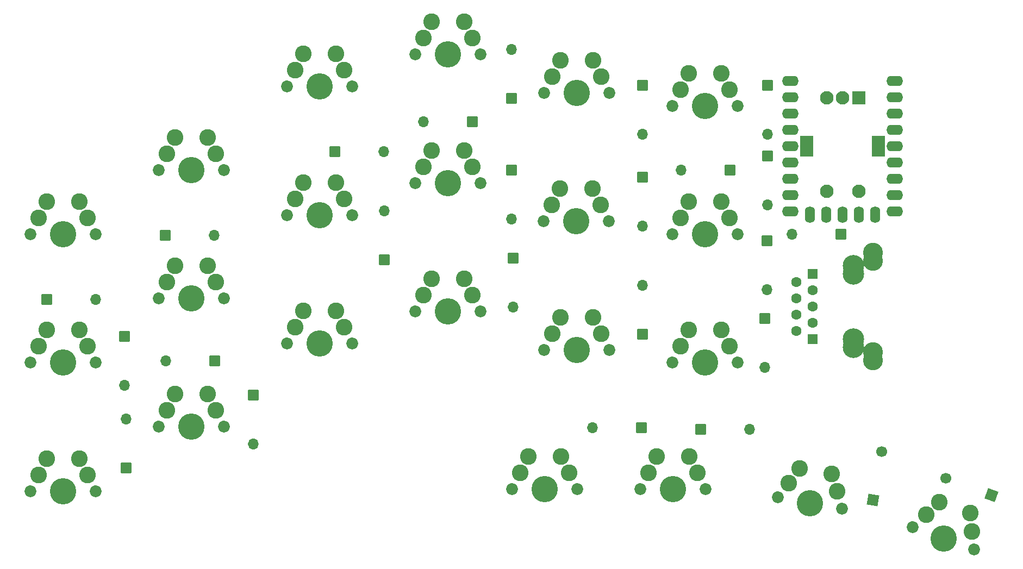
<source format=gbr>
%TF.GenerationSoftware,KiCad,Pcbnew,8.0.3*%
%TF.CreationDate,2024-07-09T07:59:51-07:00*%
%TF.ProjectId,Custom_KB_V1,43757374-6f6d-45f4-9b42-5f56312e6b69,rev?*%
%TF.SameCoordinates,Original*%
%TF.FileFunction,Soldermask,Top*%
%TF.FilePolarity,Negative*%
%FSLAX46Y46*%
G04 Gerber Fmt 4.6, Leading zero omitted, Abs format (unit mm)*
G04 Created by KiCad (PCBNEW 8.0.3) date 2024-07-09 07:59:51*
%MOMM*%
%LPD*%
G01*
G04 APERTURE LIST*
G04 Aperture macros list*
%AMRoundRect*
0 Rectangle with rounded corners*
0 $1 Rounding radius*
0 $2 $3 $4 $5 $6 $7 $8 $9 X,Y pos of 4 corners*
0 Add a 4 corners polygon primitive as box body*
4,1,4,$2,$3,$4,$5,$6,$7,$8,$9,$2,$3,0*
0 Add four circle primitives for the rounded corners*
1,1,$1+$1,$2,$3*
1,1,$1+$1,$4,$5*
1,1,$1+$1,$6,$7*
1,1,$1+$1,$8,$9*
0 Add four rect primitives between the rounded corners*
20,1,$1+$1,$2,$3,$4,$5,0*
20,1,$1+$1,$4,$5,$6,$7,0*
20,1,$1+$1,$6,$7,$8,$9,0*
20,1,$1+$1,$8,$9,$2,$3,0*%
%AMHorizOval*
0 Thick line with rounded ends*
0 $1 width*
0 $2 $3 position (X,Y) of the first rounded end (center of the circle)*
0 $4 $5 position (X,Y) of the second rounded end (center of the circle)*
0 Add line between two ends*
20,1,$1,$2,$3,$4,$5,0*
0 Add two circle primitives to create the rounded ends*
1,1,$1,$2,$3*
1,1,$1,$4,$5*%
G04 Aperture macros list end*
%ADD10C,1.850000*%
%ADD11C,4.100000*%
%ADD12C,2.600000*%
%ADD13RoundRect,0.050000X-0.800000X-0.800000X0.800000X-0.800000X0.800000X0.800000X-0.800000X0.800000X0*%
%ADD14O,1.700000X1.700000*%
%ADD15RoundRect,0.050000X0.800000X0.800000X-0.800000X0.800000X-0.800000X-0.800000X0.800000X-0.800000X0*%
%ADD16RoundRect,0.050000X-0.800000X0.800000X-0.800000X-0.800000X0.800000X-0.800000X0.800000X0.800000X0*%
%ADD17RoundRect,0.050000X0.800000X-0.800000X0.800000X0.800000X-0.800000X0.800000X-0.800000X-0.800000X0*%
%ADD18C,3.350000*%
%ADD19RoundRect,0.050000X-0.750000X0.750000X-0.750000X-0.750000X0.750000X-0.750000X0.750000X0.750000X0*%
%ADD20C,1.600000*%
%ADD21C,3.100000*%
%ADD22O,2.600000X1.600000*%
%ADD23O,1.600000X2.600000*%
%ADD24RoundRect,0.050000X-1.000000X1.000000X-1.000000X-1.000000X1.000000X-1.000000X1.000000X1.000000X0*%
%ADD25C,2.100000*%
%ADD26RoundRect,0.050000X-1.000000X1.600000X-1.000000X-1.600000X1.000000X-1.600000X1.000000X1.600000X0*%
%ADD27RoundRect,0.050000X0.648928X-0.926765X0.926765X0.648928X-0.648928X0.926765X-0.926765X-0.648928X0*%
%ADD28HorizOval,1.700000X0.000000X0.000000X0.000000X0.000000X0*%
%ADD29RoundRect,0.050000X1.025370X0.478138X-0.478138X1.025370X-1.025370X-0.478138X0.478138X-1.025370X0*%
%ADD30HorizOval,1.700000X0.000000X0.000000X0.000000X0.000000X0*%
%ADD31RoundRect,0.050000X0.750000X-0.750000X0.750000X0.750000X-0.750000X0.750000X-0.750000X-0.750000X0*%
G04 APERTURE END LIST*
D10*
%TO.C,K17*%
X57004022Y-100317025D03*
D11*
X62084022Y-100317025D03*
X62084022Y-100317025D03*
D10*
X67164022Y-100317025D03*
D12*
X58274022Y-97777025D03*
X59544022Y-95237025D03*
X64624022Y-95237025D03*
X65894022Y-97777025D03*
%TD*%
D10*
%TO.C,K1*%
X157004022Y-60317025D03*
D11*
X162084022Y-60317025D03*
X162084022Y-60317025D03*
D10*
X167164022Y-60317025D03*
D12*
X158274022Y-57777025D03*
X159544022Y-55237025D03*
X164624022Y-55237025D03*
X165894022Y-57777025D03*
%TD*%
D13*
%TO.C,D12*%
X161422223Y-110704386D03*
D14*
X169042223Y-110704386D03*
%TD*%
D10*
%TO.C,K21*%
X152004022Y-120037025D03*
D11*
X157084022Y-120037025D03*
X157084022Y-120037025D03*
D10*
X162164022Y-120037025D03*
D12*
X153274022Y-117497025D03*
X154544022Y-114957025D03*
X159624022Y-114957025D03*
X160894022Y-117497025D03*
%TD*%
D13*
%TO.C,D14*%
X104476270Y-67407129D03*
D14*
X112096270Y-67407129D03*
%TD*%
D10*
%TO.C,K20*%
X173465524Y-121331989D03*
D11*
X178468347Y-122214121D03*
X178468347Y-122214121D03*
D10*
X183471170Y-123096253D03*
D12*
X175157295Y-119051110D03*
X176849067Y-116770232D03*
X181851892Y-117652364D03*
X182661531Y-120374310D03*
%TD*%
D15*
%TO.C,D10*%
X85725000Y-100012500D03*
D14*
X78105000Y-100012500D03*
%TD*%
D10*
%TO.C,K6*%
X137004022Y-98317025D03*
D11*
X142084022Y-98317025D03*
X142084022Y-98317025D03*
D10*
X147164022Y-98317025D03*
D12*
X138274022Y-95777025D03*
X139544022Y-93237025D03*
X144624022Y-93237025D03*
X145894022Y-95777025D03*
%TD*%
D10*
%TO.C,K14*%
X77004022Y-90317025D03*
D11*
X82084022Y-90317025D03*
X82084022Y-90317025D03*
D10*
X87164022Y-90317025D03*
D12*
X78274022Y-87777025D03*
X79544022Y-85237025D03*
X84624022Y-85237025D03*
X85894022Y-87777025D03*
%TD*%
D15*
%TO.C,D11*%
X125845081Y-62779299D03*
D14*
X118225081Y-62779299D03*
%TD*%
D10*
%TO.C,K3*%
X157003750Y-100330000D03*
D11*
X162083750Y-100330000D03*
X162083750Y-100330000D03*
D10*
X167163750Y-100330000D03*
D12*
X158273750Y-97790000D03*
X159543750Y-95250000D03*
X164623750Y-95250000D03*
X165893750Y-97790000D03*
%TD*%
D10*
%TO.C,K11*%
X97004022Y-77317025D03*
D11*
X102084022Y-77317025D03*
X102084022Y-77317025D03*
D10*
X107164022Y-77317025D03*
D12*
X98274022Y-74777025D03*
X99544022Y-72237025D03*
X104624022Y-72237025D03*
X105894022Y-74777025D03*
%TD*%
D10*
%TO.C,K19*%
X194477618Y-125955193D03*
D11*
X199251256Y-127692655D03*
X199251256Y-127692655D03*
D10*
X204024894Y-129430117D03*
D12*
X196539756Y-124002739D03*
X198601899Y-122050286D03*
X203375539Y-123787749D03*
X203700215Y-126608933D03*
%TD*%
D16*
%TO.C,D2*%
X171738933Y-81328564D03*
D14*
X171738933Y-88948564D03*
%TD*%
D10*
%TO.C,K2*%
X157004022Y-80317025D03*
D11*
X162084022Y-80317025D03*
X162084022Y-80317025D03*
D10*
X167164022Y-80317025D03*
D12*
X158274022Y-77777025D03*
X159544022Y-75237025D03*
X164624022Y-75237025D03*
X165894022Y-77777025D03*
%TD*%
D10*
%TO.C,K15*%
X77004022Y-110317025D03*
D11*
X82084022Y-110317025D03*
X82084022Y-110317025D03*
D10*
X87164022Y-110317025D03*
D12*
X78274022Y-107777025D03*
X79544022Y-105237025D03*
X84624022Y-105237025D03*
X85894022Y-107777025D03*
%TD*%
D10*
%TO.C,K9*%
X117004022Y-92317025D03*
D11*
X122084022Y-92317025D03*
X122084022Y-92317025D03*
D10*
X127164022Y-92317025D03*
D12*
X118274022Y-89777025D03*
X119544022Y-87237025D03*
X124624022Y-87237025D03*
X125894022Y-89777025D03*
%TD*%
D15*
%TO.C,D25*%
X152155682Y-110415453D03*
D14*
X144535682Y-110415453D03*
%TD*%
D16*
%TO.C,D1*%
X171863807Y-57150000D03*
D14*
X171863807Y-64770000D03*
%TD*%
D17*
%TO.C,D7*%
X131980016Y-59102748D03*
D14*
X131980016Y-51482748D03*
%TD*%
D10*
%TO.C,K10*%
X97004022Y-57317025D03*
D11*
X102084022Y-57317025D03*
X102084022Y-57317025D03*
D10*
X107164022Y-57317025D03*
D12*
X98274022Y-54777025D03*
X99544022Y-52237025D03*
X104624022Y-52237025D03*
X105894022Y-54777025D03*
%TD*%
D10*
%TO.C,K5*%
X136988759Y-78311514D03*
D11*
X142068759Y-78311514D03*
X142068759Y-78311514D03*
D10*
X147148759Y-78311514D03*
D12*
X138258759Y-75771514D03*
X139528759Y-73231514D03*
X144608759Y-73231514D03*
X145878759Y-75771514D03*
%TD*%
D16*
%TO.C,D17*%
X71711739Y-96268613D03*
D14*
X71711739Y-103888613D03*
%TD*%
D10*
%TO.C,K13*%
X77004022Y-70317025D03*
D11*
X82084022Y-70317025D03*
X82084022Y-70317025D03*
D10*
X87164022Y-70317025D03*
D12*
X78274022Y-67777025D03*
X79544022Y-65237025D03*
X84624022Y-65237025D03*
X85894022Y-67777025D03*
%TD*%
D15*
%TO.C,D22*%
X165995772Y-70349102D03*
D14*
X158375772Y-70349102D03*
%TD*%
D18*
%TO.C,J2-Right1*%
X185222538Y-97912984D03*
X185222538Y-86482984D03*
D19*
X178872538Y-96642984D03*
D20*
X176332538Y-95372984D03*
X178872538Y-94102984D03*
X176332538Y-92832984D03*
X178872538Y-91562984D03*
X176332538Y-90292984D03*
X178872538Y-89022984D03*
X176332538Y-87752984D03*
D21*
X188272538Y-99967984D03*
X188272538Y-84427984D03*
%TD*%
D13*
%TO.C,D8*%
X59531250Y-90487500D03*
D14*
X67151250Y-90487500D03*
%TD*%
D10*
%TO.C,K22*%
X132004022Y-120037025D03*
D11*
X137084022Y-120037025D03*
X137084022Y-120037025D03*
D10*
X142164022Y-120037025D03*
D12*
X133274022Y-117497025D03*
X134544022Y-114957025D03*
X139624022Y-114957025D03*
X140894022Y-117497025D03*
%TD*%
D17*
%TO.C,D6*%
X152331657Y-95925484D03*
D14*
X152331657Y-88305484D03*
%TD*%
D16*
%TO.C,D9*%
X132172638Y-84032621D03*
D14*
X132172638Y-91652621D03*
%TD*%
D16*
%TO.C,D23*%
X171811166Y-68146600D03*
D14*
X171811166Y-75766600D03*
%TD*%
D10*
%TO.C,K7*%
X117004022Y-52317025D03*
D11*
X122084022Y-52317025D03*
X122084022Y-52317025D03*
D10*
X127164022Y-52317025D03*
D12*
X118274022Y-49777025D03*
X119544022Y-47237025D03*
X124624022Y-47237025D03*
X125894022Y-49777025D03*
%TD*%
D13*
%TO.C,D13*%
X78000934Y-80456866D03*
D14*
X85620934Y-80456866D03*
%TD*%
D17*
%TO.C,D20*%
X71962312Y-116719202D03*
D14*
X71962312Y-109099202D03*
%TD*%
D22*
%TO.C,U1*%
X191647772Y-56477748D03*
X191647772Y-59017748D03*
X191647772Y-61557748D03*
X191647772Y-64097748D03*
X191647772Y-66637748D03*
X191647772Y-69177748D03*
X191647772Y-71717748D03*
X191647772Y-74257748D03*
X191647772Y-76797748D03*
D23*
X188607772Y-77297748D03*
X186067772Y-77297748D03*
X183527772Y-77297748D03*
X180987772Y-77297748D03*
X178447772Y-77297748D03*
D22*
X175407772Y-76797748D03*
X175407772Y-74257748D03*
X175407772Y-71717748D03*
X175407772Y-69177748D03*
X175407772Y-66637748D03*
X175407772Y-64097748D03*
X175407772Y-61557748D03*
X175407772Y-59017748D03*
X175407772Y-56477748D03*
%TD*%
D24*
%TO.C,SW1*%
X186030307Y-59083245D03*
D25*
X181030307Y-59083245D03*
X183530307Y-59083245D03*
D26*
X189130307Y-66583245D03*
X177930307Y-66583245D03*
D25*
X181030307Y-73583245D03*
X186030307Y-73583245D03*
%TD*%
D10*
%TO.C,K12*%
X97004022Y-97317025D03*
D11*
X102084022Y-97317025D03*
X102084022Y-97317025D03*
D10*
X107164022Y-97317025D03*
D12*
X98274022Y-94777025D03*
X99544022Y-92237025D03*
X104624022Y-92237025D03*
X105894022Y-94777025D03*
%TD*%
D10*
%TO.C,K16*%
X57004022Y-80317025D03*
D11*
X62084022Y-80317025D03*
X62084022Y-80317025D03*
D10*
X67164022Y-80317025D03*
D12*
X58274022Y-77777025D03*
X59544022Y-75237025D03*
X64624022Y-75237025D03*
X65894022Y-77777025D03*
%TD*%
D10*
%TO.C,K4*%
X137021647Y-58317025D03*
D11*
X142101647Y-58317025D03*
X142101647Y-58317025D03*
D10*
X147181647Y-58317025D03*
D12*
X138291647Y-55777025D03*
X139561647Y-53237025D03*
X144641647Y-53237025D03*
X145911647Y-55777025D03*
%TD*%
D10*
%TO.C,K8*%
X117004022Y-72317025D03*
D11*
X122084022Y-72317025D03*
X122084022Y-72317025D03*
D10*
X127164022Y-72317025D03*
D12*
X118274022Y-69777025D03*
X119544022Y-67237025D03*
X124624022Y-67237025D03*
X125894022Y-69777025D03*
%TD*%
D16*
%TO.C,D15*%
X91739543Y-105401021D03*
D14*
X91739543Y-113021021D03*
%TD*%
D15*
%TO.C,D24*%
X183288095Y-80341376D03*
D14*
X175668095Y-80341376D03*
%TD*%
D16*
%TO.C,D3*%
X171430407Y-93447848D03*
D14*
X171430407Y-101067848D03*
%TD*%
D16*
%TO.C,D4*%
X152400000Y-57150000D03*
D14*
X152400000Y-64770000D03*
%TD*%
D27*
%TO.C,D18*%
X188273357Y-121721107D03*
D28*
X189596550Y-114216870D03*
%TD*%
D10*
%TO.C,K18*%
X57004022Y-120317025D03*
D11*
X62084022Y-120317025D03*
X62084022Y-120317025D03*
D10*
X67164022Y-120317025D03*
D12*
X58274022Y-117777025D03*
X59544022Y-115237025D03*
X64624022Y-115237025D03*
X65894022Y-117777025D03*
%TD*%
D16*
%TO.C,D5*%
X152400000Y-71437500D03*
D14*
X152400000Y-79057500D03*
%TD*%
D29*
%TO.C,D19*%
X206756978Y-120913360D03*
D30*
X199596518Y-118307167D03*
%TD*%
D17*
%TO.C,D21*%
X112133000Y-84326246D03*
D14*
X112133000Y-76706246D03*
%TD*%
D16*
%TO.C,D16*%
X131915129Y-70292785D03*
D14*
X131915129Y-77912785D03*
%TD*%
D18*
%TO.C,J1-Left1*%
X185236188Y-85218219D03*
X185236188Y-96648219D03*
D31*
X178886188Y-86488219D03*
D20*
X176346188Y-87758219D03*
X178886188Y-89028219D03*
X176346188Y-90298219D03*
X178886188Y-91568219D03*
X176346188Y-92838219D03*
X178886188Y-94108219D03*
X176346188Y-95378219D03*
D21*
X188286188Y-83163219D03*
X188286188Y-98703219D03*
%TD*%
M02*

</source>
